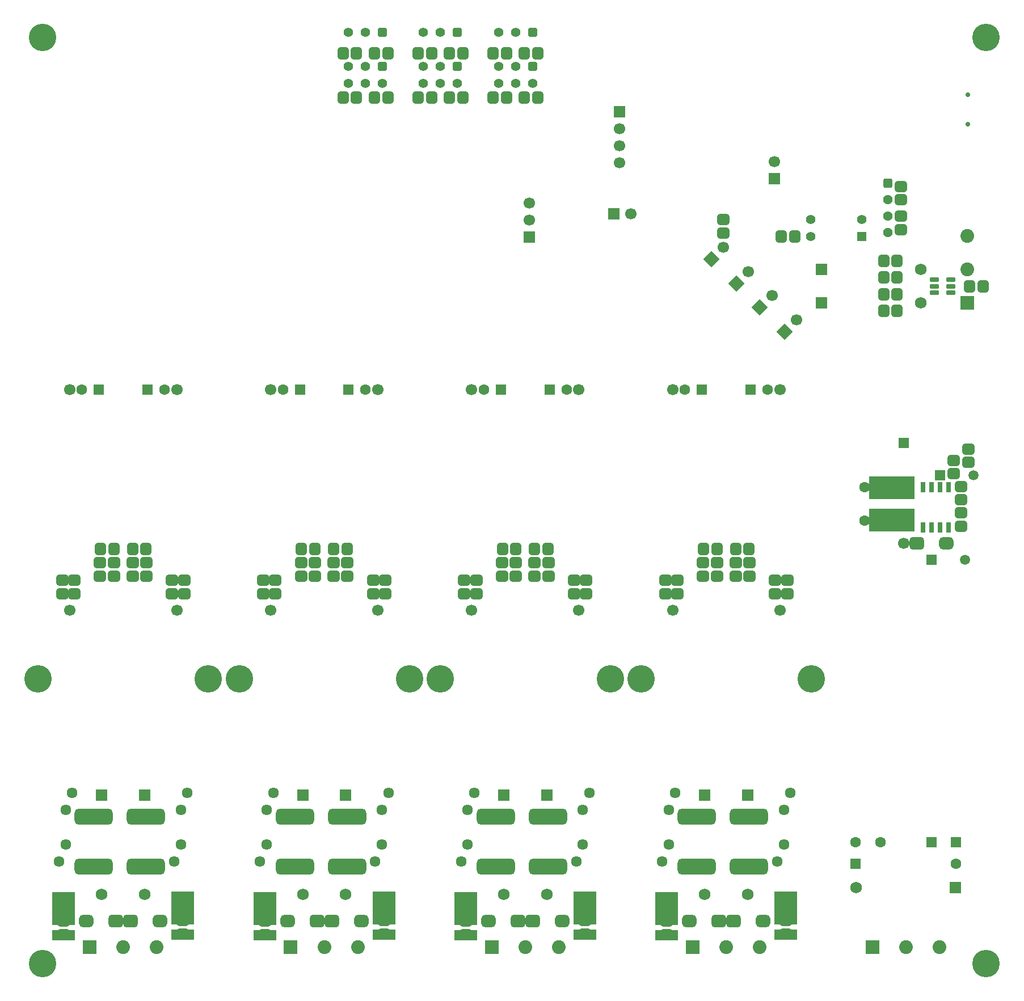
<source format=gbs>
G04*
G04 #@! TF.GenerationSoftware,Altium Limited,Altium Designer,20.1.14 (287)*
G04*
G04 Layer_Color=8421376*
%FSLAX44Y44*%
%MOMM*%
G71*
G04*
G04 #@! TF.SameCoordinates,66B91B26-6BD7-4DB9-BD5C-0B8DAFF097A8*
G04*
G04*
G04 #@! TF.FilePolarity,Negative*
G04*
G01*
G75*
G04:AMPARAMS|DCode=46|XSize=2.12mm|YSize=1.78mm|CornerRadius=0.47mm|HoleSize=0mm|Usage=FLASHONLY|Rotation=180.000|XOffset=0mm|YOffset=0mm|HoleType=Round|Shape=RoundedRectangle|*
%AMROUNDEDRECTD46*
21,1,2.1200,0.8400,0,0,180.0*
21,1,1.1800,1.7800,0,0,180.0*
1,1,0.9400,-0.5900,0.4200*
1,1,0.9400,0.5900,0.4200*
1,1,0.9400,0.5900,-0.4200*
1,1,0.9400,-0.5900,-0.4200*
%
%ADD46ROUNDEDRECTD46*%
G04:AMPARAMS|DCode=50|XSize=1.7mm|YSize=1.85mm|CornerRadius=0.45mm|HoleSize=0mm|Usage=FLASHONLY|Rotation=270.000|XOffset=0mm|YOffset=0mm|HoleType=Round|Shape=RoundedRectangle|*
%AMROUNDEDRECTD50*
21,1,1.7000,0.9500,0,0,270.0*
21,1,0.8000,1.8500,0,0,270.0*
1,1,0.9000,-0.4750,-0.4000*
1,1,0.9000,-0.4750,0.4000*
1,1,0.9000,0.4750,0.4000*
1,1,0.9000,0.4750,-0.4000*
%
%ADD50ROUNDEDRECTD50*%
G04:AMPARAMS|DCode=53|XSize=1.7mm|YSize=1.85mm|CornerRadius=0.45mm|HoleSize=0mm|Usage=FLASHONLY|Rotation=0.000|XOffset=0mm|YOffset=0mm|HoleType=Round|Shape=RoundedRectangle|*
%AMROUNDEDRECTD53*
21,1,1.7000,0.9500,0,0,0.0*
21,1,0.8000,1.8500,0,0,0.0*
1,1,0.9000,0.4000,-0.4750*
1,1,0.9000,-0.4000,-0.4750*
1,1,0.9000,-0.4000,0.4750*
1,1,0.9000,0.4000,0.4750*
%
%ADD53ROUNDEDRECTD53*%
%ADD59C,0.7000*%
%ADD60C,1.4000*%
G04:AMPARAMS|DCode=61|XSize=1.4mm|YSize=1.4mm|CornerRadius=0.375mm|HoleSize=0mm|Usage=FLASHONLY|Rotation=270.000|XOffset=0mm|YOffset=0mm|HoleType=Round|Shape=RoundedRectangle|*
%AMROUNDEDRECTD61*
21,1,1.4000,0.6500,0,0,270.0*
21,1,0.6500,1.4000,0,0,270.0*
1,1,0.7500,-0.3250,-0.3250*
1,1,0.7500,-0.3250,0.3250*
1,1,0.7500,0.3250,0.3250*
1,1,0.7500,0.3250,-0.3250*
%
%ADD61ROUNDEDRECTD61*%
%ADD62R,1.4000X1.4000*%
%ADD63C,1.4370*%
G04:AMPARAMS|DCode=64|XSize=1.437mm|YSize=1.437mm|CornerRadius=0.3843mm|HoleSize=0mm|Usage=FLASHONLY|Rotation=270.000|XOffset=0mm|YOffset=0mm|HoleType=Round|Shape=RoundedRectangle|*
%AMROUNDEDRECTD64*
21,1,1.4370,0.6685,0,0,270.0*
21,1,0.6685,1.4370,0,0,270.0*
1,1,0.7685,-0.3343,-0.3343*
1,1,0.7685,-0.3343,0.3343*
1,1,0.7685,0.3343,0.3343*
1,1,0.7685,0.3343,-0.3343*
%
%ADD64ROUNDEDRECTD64*%
%ADD65C,1.7000*%
%ADD66R,1.7000X1.7000*%
%ADD67P,2.4042X4X270.0*%
%ADD68R,1.5000X1.5000*%
%ADD69C,1.5000*%
%ADD70C,1.6000*%
%ADD71R,1.6000X1.6000*%
%ADD72C,1.7500*%
%ADD73R,1.7500X1.7500*%
%ADD74R,1.6000X1.6000*%
%ADD75R,1.7500X1.7500*%
%ADD76C,1.6150*%
%ADD77C,2.0500*%
%ADD78R,2.0500X2.0500*%
%ADD79R,2.0500X2.0500*%
%ADD80C,4.1000*%
%ADD81R,1.7000X1.7000*%
G04:AMPARAMS|DCode=113|XSize=1.35mm|YSize=0.7mm|CornerRadius=0.2mm|HoleSize=0mm|Usage=FLASHONLY|Rotation=0.000|XOffset=0mm|YOffset=0mm|HoleType=Round|Shape=RoundedRectangle|*
%AMROUNDEDRECTD113*
21,1,1.3500,0.3000,0,0,0.0*
21,1,0.9500,0.7000,0,0,0.0*
1,1,0.4000,0.4750,-0.1500*
1,1,0.4000,-0.4750,-0.1500*
1,1,0.4000,-0.4750,0.1500*
1,1,0.4000,0.4750,0.1500*
%
%ADD113ROUNDEDRECTD113*%
%ADD114R,0.7000X1.5000*%
G04:AMPARAMS|DCode=115|XSize=2.22mm|YSize=1.88mm|CornerRadius=0.52mm|HoleSize=0mm|Usage=FLASHONLY|Rotation=180.000|XOffset=0mm|YOffset=0mm|HoleType=Round|Shape=RoundedRectangle|*
%AMROUNDEDRECTD115*
21,1,2.2200,0.8400,0,0,180.0*
21,1,1.1800,1.8800,0,0,180.0*
1,1,1.0400,-0.5900,0.4200*
1,1,1.0400,0.5900,0.4200*
1,1,1.0400,0.5900,-0.4200*
1,1,1.0400,-0.5900,-0.4200*
%
%ADD115ROUNDEDRECTD115*%
%ADD116R,6.7500X3.4000*%
G04:AMPARAMS|DCode=117|XSize=5.7mm|YSize=2.4mm|CornerRadius=0.625mm|HoleSize=0mm|Usage=FLASHONLY|Rotation=180.000|XOffset=0mm|YOffset=0mm|HoleType=Round|Shape=RoundedRectangle|*
%AMROUNDEDRECTD117*
21,1,5.7000,1.1500,0,0,180.0*
21,1,4.4500,2.4000,0,0,180.0*
1,1,1.2500,-2.2250,0.5750*
1,1,1.2500,2.2250,0.5750*
1,1,1.2500,2.2250,-0.5750*
1,1,1.2500,-2.2250,-0.5750*
%
%ADD117ROUNDEDRECTD117*%
%ADD118R,3.4600X4.9600*%
%ADD119R,1.4900X1.5000*%
D46*
X1574000Y823000D02*
D03*
X291000Y259000D02*
D03*
X591000D02*
D03*
X891000D02*
D03*
X1191000D02*
D03*
X401000D02*
D03*
X701000D02*
D03*
X1001000D02*
D03*
X1301000D02*
D03*
D50*
X1173000Y748000D02*
D03*
Y768000D02*
D03*
X873000Y748000D02*
D03*
Y768000D02*
D03*
X573000Y748000D02*
D03*
Y768000D02*
D03*
X273000Y748000D02*
D03*
Y768000D02*
D03*
X1319000Y748000D02*
D03*
Y768000D02*
D03*
X1019000Y748000D02*
D03*
Y768000D02*
D03*
X719000Y748000D02*
D03*
Y768000D02*
D03*
X419000Y748000D02*
D03*
Y768000D02*
D03*
X1507000Y1336000D02*
D03*
Y1356000D02*
D03*
Y1311500D02*
D03*
Y1291500D02*
D03*
X1607000Y944000D02*
D03*
Y964000D02*
D03*
X1596000Y888000D02*
D03*
Y908000D02*
D03*
X1585000Y927000D02*
D03*
Y947000D02*
D03*
X1596000Y869000D02*
D03*
Y849000D02*
D03*
X1241914Y1286400D02*
D03*
Y1306400D02*
D03*
X257251Y259000D02*
D03*
Y239000D02*
D03*
X557251D02*
D03*
Y259000D02*
D03*
X857251Y239000D02*
D03*
Y259000D02*
D03*
X1157251Y239000D02*
D03*
Y259000D02*
D03*
X435000Y260000D02*
D03*
Y240000D02*
D03*
X735000D02*
D03*
Y260000D02*
D03*
X1035000Y240000D02*
D03*
Y260000D02*
D03*
X1335000Y240000D02*
D03*
Y260000D02*
D03*
X311501Y794401D02*
D03*
Y774401D02*
D03*
X611501D02*
D03*
Y794401D02*
D03*
X911501Y774401D02*
D03*
Y794401D02*
D03*
X1211501Y774401D02*
D03*
Y794401D02*
D03*
X380501Y794401D02*
D03*
Y774401D02*
D03*
X680501D02*
D03*
Y794401D02*
D03*
X980501Y774401D02*
D03*
Y794401D02*
D03*
X1280501Y774401D02*
D03*
Y794401D02*
D03*
X332000Y794401D02*
D03*
Y774401D02*
D03*
X632000D02*
D03*
Y794401D02*
D03*
X932000Y774401D02*
D03*
Y794401D02*
D03*
X1232000Y774401D02*
D03*
Y794401D02*
D03*
X360000Y794401D02*
D03*
Y774401D02*
D03*
X660000D02*
D03*
Y794401D02*
D03*
X960000Y774401D02*
D03*
Y794401D02*
D03*
X1260000Y774401D02*
D03*
Y794401D02*
D03*
X437000Y768000D02*
D03*
Y748000D02*
D03*
X737000Y768000D02*
D03*
Y748000D02*
D03*
X1037000Y768000D02*
D03*
Y748000D02*
D03*
X1337000Y768000D02*
D03*
Y748000D02*
D03*
X255000Y768000D02*
D03*
Y748000D02*
D03*
X555000Y768000D02*
D03*
Y748000D02*
D03*
X855000Y768000D02*
D03*
Y748000D02*
D03*
X1155000Y768000D02*
D03*
Y748000D02*
D03*
D53*
X1501000Y1220000D02*
D03*
X1481000D02*
D03*
X1501000Y1170000D02*
D03*
X1481000D02*
D03*
X1501000Y1195000D02*
D03*
X1481000D02*
D03*
X1348000Y1281000D02*
D03*
X1328000Y1281000D02*
D03*
X1501000Y1245000D02*
D03*
X1481000D02*
D03*
X1629000Y1207000D02*
D03*
X1609000D02*
D03*
X721000Y1555000D02*
D03*
X741000D02*
D03*
X721000Y1489000D02*
D03*
X741000D02*
D03*
X694000Y1555000D02*
D03*
X674000D02*
D03*
X694000Y1489000D02*
D03*
X674000D02*
D03*
X833000Y1555000D02*
D03*
X853000D02*
D03*
X833000Y1489000D02*
D03*
X853000D02*
D03*
X806000Y1555000D02*
D03*
X786000D02*
D03*
X806000Y1489000D02*
D03*
X786000D02*
D03*
X944800Y1555000D02*
D03*
X964800D02*
D03*
X944800Y1489000D02*
D03*
X964800D02*
D03*
X918000Y1555000D02*
D03*
X898000D02*
D03*
X918000Y1489000D02*
D03*
X898000D02*
D03*
X332000Y814401D02*
D03*
X312000D02*
D03*
X612000D02*
D03*
X632000D02*
D03*
X912000D02*
D03*
X932000D02*
D03*
X1212000D02*
D03*
X1232000D02*
D03*
X360000Y814401D02*
D03*
X380000D02*
D03*
X680000D02*
D03*
X660000D02*
D03*
X980000D02*
D03*
X960000D02*
D03*
X1280000D02*
D03*
X1260000D02*
D03*
D59*
X1606500Y1492999D02*
D03*
Y1449000D02*
D03*
D60*
X682200Y1509800D02*
D03*
X707600D02*
D03*
X733000D02*
D03*
X682200Y1586000D02*
D03*
X707600D02*
D03*
X819400D02*
D03*
X794000D02*
D03*
X844800Y1509800D02*
D03*
X819400D02*
D03*
X794000D02*
D03*
X931400Y1586000D02*
D03*
X906000D02*
D03*
X956800Y1509800D02*
D03*
X931400D02*
D03*
X906000D02*
D03*
X1448000Y1306400D02*
D03*
X1371800D02*
D03*
Y1281000D02*
D03*
X682200Y1509800D02*
D03*
X707600D02*
D03*
X733000D02*
D03*
X682200Y1535200D02*
D03*
X707600D02*
D03*
X819400D02*
D03*
X794000D02*
D03*
X844800Y1509800D02*
D03*
X819400D02*
D03*
X794000D02*
D03*
X931400Y1535200D02*
D03*
X906000D02*
D03*
X956800Y1509800D02*
D03*
X931400D02*
D03*
X906000D02*
D03*
D61*
X733000Y1586000D02*
D03*
X844800D02*
D03*
X956800D02*
D03*
X733000Y1535200D02*
D03*
X844800D02*
D03*
X956800D02*
D03*
D62*
X1448000Y1281000D02*
D03*
D63*
X1487000Y1287000D02*
D03*
Y1311500D02*
D03*
Y1336000D02*
D03*
D64*
Y1360500D02*
D03*
D65*
X1103700Y1315159D02*
D03*
X1241914Y1265461D02*
D03*
X1278684Y1228691D02*
D03*
X1314039Y1193336D02*
D03*
X1511000Y823000D02*
D03*
X1350809Y1156566D02*
D03*
X426000Y1053000D02*
D03*
Y723000D02*
D03*
X726000Y1053000D02*
D03*
Y723000D02*
D03*
X1026000D02*
D03*
Y1053000D02*
D03*
X1326000D02*
D03*
Y723000D02*
D03*
X266000Y1053000D02*
D03*
Y723000D02*
D03*
X566000Y1053000D02*
D03*
Y723000D02*
D03*
X866000D02*
D03*
Y1053000D02*
D03*
X1166000D02*
D03*
Y723000D02*
D03*
X952344Y1305944D02*
D03*
Y1331344D02*
D03*
X1318000Y1393100D02*
D03*
X1087000Y1391600D02*
D03*
Y1442400D02*
D03*
Y1417000D02*
D03*
D66*
X1078300Y1315159D02*
D03*
D67*
X1223954Y1247500D02*
D03*
X1260723Y1210730D02*
D03*
X1296079Y1175375D02*
D03*
X1332848Y1138606D02*
D03*
D68*
X1552000Y799000D02*
D03*
X1565000Y925000D02*
D03*
D69*
X1602000Y799000D02*
D03*
X1615000Y925000D02*
D03*
D70*
X1475900Y377000D02*
D03*
X1439000D02*
D03*
X1452000Y857000D02*
D03*
Y907000D02*
D03*
X284300Y1053000D02*
D03*
X584300Y1053000D02*
D03*
X884300D02*
D03*
X1184300Y1053000D02*
D03*
X407700Y1053000D02*
D03*
X707700Y1053000D02*
D03*
X1007700D02*
D03*
X1307700Y1053000D02*
D03*
X1589000Y345000D02*
D03*
D71*
X1552100Y377000D02*
D03*
X1589000D02*
D03*
X309700Y1053000D02*
D03*
X609700Y1053000D02*
D03*
X909700D02*
D03*
X1209700Y1053000D02*
D03*
X382300Y1053000D02*
D03*
X682300Y1053000D02*
D03*
X982300D02*
D03*
X1282300Y1053000D02*
D03*
X1439000Y345000D02*
D03*
D72*
X1440000Y309000D02*
D03*
X1535842Y1181750D02*
D03*
X1536000Y1232000D02*
D03*
X314000Y299000D02*
D03*
X614000D02*
D03*
X914000D02*
D03*
X1214000D02*
D03*
X378000D02*
D03*
X678000D02*
D03*
X978000D02*
D03*
X1278000D02*
D03*
D73*
X1588000Y309000D02*
D03*
X1387842Y1181750D02*
D03*
X1388000Y1232000D02*
D03*
D74*
X1511000Y973000D02*
D03*
D75*
X314000Y447000D02*
D03*
X614000D02*
D03*
X914000D02*
D03*
X1214000D02*
D03*
X378000D02*
D03*
X678000D02*
D03*
X978000D02*
D03*
X1278000D02*
D03*
D76*
X260000Y374000D02*
D03*
Y425000D02*
D03*
X560000D02*
D03*
Y374000D02*
D03*
X860000D02*
D03*
Y425000D02*
D03*
X1160000D02*
D03*
Y374000D02*
D03*
X269950Y450500D02*
D03*
X250050Y348500D02*
D03*
X550050D02*
D03*
X569950Y450500D02*
D03*
X869950D02*
D03*
X850050Y348500D02*
D03*
X1150050D02*
D03*
X1169950Y450500D02*
D03*
X432000Y374000D02*
D03*
Y425000D02*
D03*
X732000D02*
D03*
Y374000D02*
D03*
X1032000D02*
D03*
Y425000D02*
D03*
X1332000D02*
D03*
Y374000D02*
D03*
X441900Y450500D02*
D03*
X422000Y348500D02*
D03*
X722000D02*
D03*
X741900Y450500D02*
D03*
X1041900D02*
D03*
X1022000Y348500D02*
D03*
X1322000D02*
D03*
X1341900Y450500D02*
D03*
D77*
X346000Y220000D02*
D03*
X396000D02*
D03*
X646000D02*
D03*
X696000D02*
D03*
X946000D02*
D03*
X996000D02*
D03*
X1246000D02*
D03*
X1296000D02*
D03*
X1514000D02*
D03*
X1564000D02*
D03*
X1606000Y1281750D02*
D03*
Y1231750D02*
D03*
D78*
X296000Y220000D02*
D03*
X596000D02*
D03*
X896000D02*
D03*
X1196000D02*
D03*
X1464000D02*
D03*
D79*
X1606000Y1181750D02*
D03*
D80*
X226000Y1578000D02*
D03*
X1634000D02*
D03*
X226000Y196000D02*
D03*
X1634000D02*
D03*
X473000Y621000D02*
D03*
X773000D02*
D03*
X1073000D02*
D03*
X1373000D02*
D03*
X219000D02*
D03*
X519000D02*
D03*
X819000D02*
D03*
X1119000D02*
D03*
D81*
X952344Y1280544D02*
D03*
X1318000Y1367700D02*
D03*
X1087000Y1467800D02*
D03*
D113*
X1556500Y1197500D02*
D03*
Y1207000D02*
D03*
Y1216500D02*
D03*
X1581500D02*
D03*
Y1207000D02*
D03*
Y1197500D02*
D03*
D114*
X1577400Y907000D02*
D03*
X1564700D02*
D03*
X1552000D02*
D03*
X1577400Y847000D02*
D03*
X1564700D02*
D03*
X1552000D02*
D03*
X1539300Y907000D02*
D03*
Y847000D02*
D03*
D115*
X1530000Y823000D02*
D03*
X335000Y259000D02*
D03*
X635000D02*
D03*
X935000D02*
D03*
X1235000D02*
D03*
X357000D02*
D03*
X657000D02*
D03*
X957000D02*
D03*
X1257000D02*
D03*
D116*
X1493000Y858000D02*
D03*
Y906000D02*
D03*
D117*
X302000Y341000D02*
D03*
Y415000D02*
D03*
X602000Y341000D02*
D03*
Y415000D02*
D03*
X902000D02*
D03*
Y341000D02*
D03*
X1202000D02*
D03*
Y415000D02*
D03*
X380000Y341000D02*
D03*
Y415000D02*
D03*
X680000Y341000D02*
D03*
Y415000D02*
D03*
X980000D02*
D03*
Y341000D02*
D03*
X1280000D02*
D03*
Y415000D02*
D03*
D118*
X257251Y277812D02*
D03*
X557251D02*
D03*
X857251D02*
D03*
X1157251D02*
D03*
X435000Y278812D02*
D03*
X735000D02*
D03*
X1035000D02*
D03*
X1335000D02*
D03*
D119*
X247853Y238188D02*
D03*
X266649Y238188D02*
D03*
X566649D02*
D03*
X547853Y238188D02*
D03*
X866649Y238188D02*
D03*
X847853Y238188D02*
D03*
X1166649Y238188D02*
D03*
X1147853Y238188D02*
D03*
X425602Y239188D02*
D03*
X444398Y239188D02*
D03*
X744398D02*
D03*
X725602Y239188D02*
D03*
X1044398Y239188D02*
D03*
X1025602Y239188D02*
D03*
X1344398Y239188D02*
D03*
X1325602Y239188D02*
D03*
M02*

</source>
